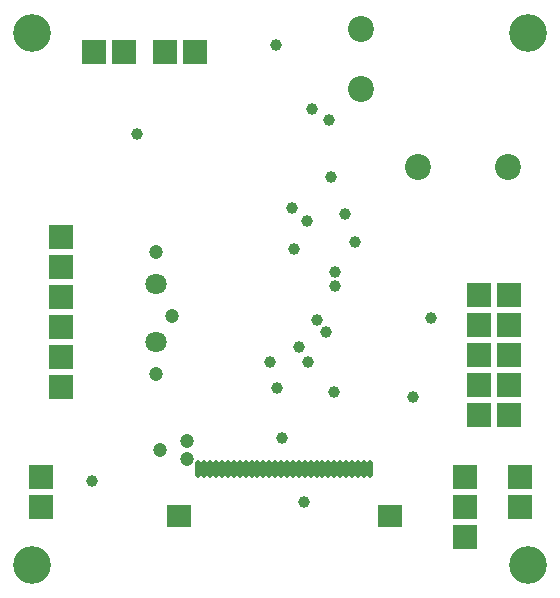
<source format=gbs>
G04 Layer_Color=16711935*
%FSLAX44Y44*%
%MOMM*%
G71*
G01*
G75*
%ADD26C,1.0000*%
%ADD39C,3.2000*%
%ADD40R,2.0000X2.0000*%
%ADD41C,2.2000*%
%ADD42R,2.0000X2.0000*%
%ADD43C,1.8000*%
%ADD44C,1.2000*%
%ADD45O,0.5000X1.5000*%
%ADD46R,2.0000X1.9000*%
D26*
X281000Y407000D02*
D03*
X303250Y303250D02*
D03*
X283250Y358500D02*
D03*
X285750Y176000D02*
D03*
X286000Y265750D02*
D03*
X251750Y297250D02*
D03*
X237512Y179759D02*
D03*
X263500Y202000D02*
D03*
X271250Y237000D02*
D03*
X279000Y226750D02*
D03*
X263000Y321000D02*
D03*
X286000Y277850D02*
D03*
X241250Y137500D02*
D03*
X368000Y239000D02*
D03*
X119000Y395000D02*
D03*
X81000Y101000D02*
D03*
X266750Y415750D02*
D03*
X236000Y470000D02*
D03*
X352000Y172000D02*
D03*
X250000Y332000D02*
D03*
X295000Y327000D02*
D03*
X255750Y214250D02*
D03*
X260000Y83000D02*
D03*
X231250Y201500D02*
D03*
D39*
X450000Y30000D02*
D03*
X30000D02*
D03*
X30000Y480000D02*
D03*
X450000D02*
D03*
D40*
X37000Y78600D02*
D03*
Y104000D02*
D03*
X443000Y104400D02*
D03*
Y79000D02*
D03*
X433400Y258800D02*
D03*
Y233400D02*
D03*
Y208000D02*
D03*
Y182600D02*
D03*
Y157200D02*
D03*
X408000D02*
D03*
Y182600D02*
D03*
Y208000D02*
D03*
Y233400D02*
D03*
Y258800D02*
D03*
X396000Y53200D02*
D03*
Y78600D02*
D03*
Y104000D02*
D03*
X54000Y308000D02*
D03*
Y206400D02*
D03*
Y181000D02*
D03*
Y257200D02*
D03*
Y282600D02*
D03*
Y231800D02*
D03*
D41*
X433100Y367000D02*
D03*
X356900D02*
D03*
X308000Y433000D02*
D03*
Y483800D02*
D03*
D42*
X82600Y464000D02*
D03*
X108000D02*
D03*
X142600Y464000D02*
D03*
X168000D02*
D03*
D43*
X135000Y267500D02*
D03*
Y218700D02*
D03*
D44*
X161250Y120000D02*
D03*
Y135000D02*
D03*
X148250Y241000D02*
D03*
X138000Y127250D02*
D03*
X135000Y191750D02*
D03*
Y294750D02*
D03*
D45*
X170700Y111000D02*
D03*
X175700D02*
D03*
X185700D02*
D03*
X195700D02*
D03*
X205700D02*
D03*
X215700D02*
D03*
X225700D02*
D03*
X235700D02*
D03*
X245700D02*
D03*
X255700D02*
D03*
X265700D02*
D03*
X275700D02*
D03*
X285700D02*
D03*
X295700D02*
D03*
X305700D02*
D03*
X315700D02*
D03*
X310700D02*
D03*
X300700D02*
D03*
X290700D02*
D03*
X280700D02*
D03*
X270700D02*
D03*
X260700D02*
D03*
X250700D02*
D03*
X240700D02*
D03*
X230700D02*
D03*
X220700D02*
D03*
X210700D02*
D03*
X200700D02*
D03*
X190700D02*
D03*
X180700D02*
D03*
D46*
X153950Y71000D02*
D03*
X332700D02*
D03*
M02*

</source>
